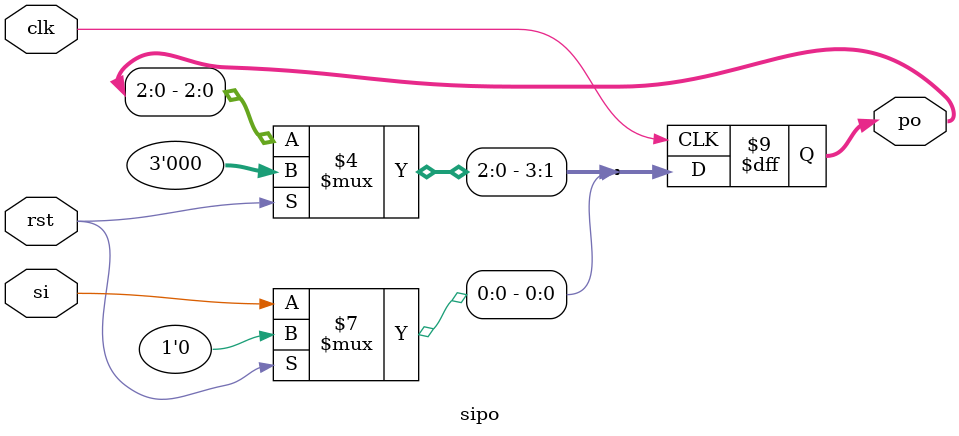
<source format=sv>
module sipo(
  input logic clk,
  input logic rst,
  input logic si,
  output logic [3:0] po
);
  
  always@(posedge clk) begin
    if(rst) begin
      po <= 4'b0;
    end else begin
      po <= po << 1;
      po[0] <= si;
    end
  end
    
endmodule
</source>
